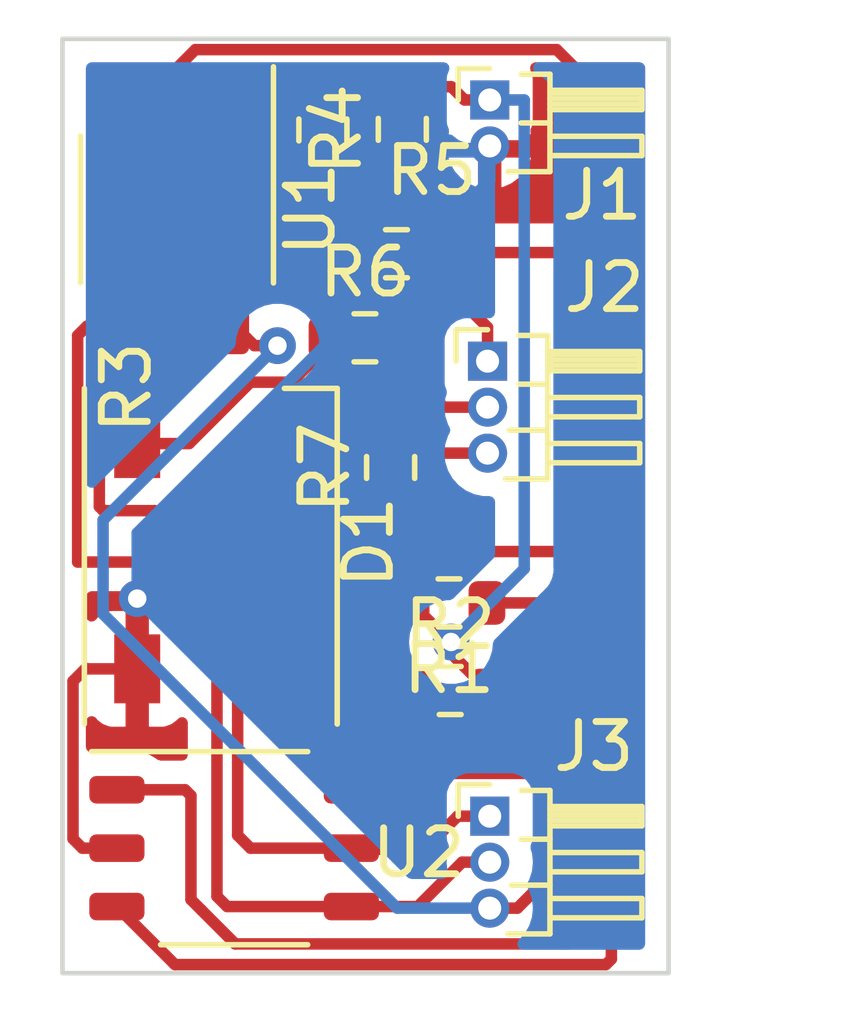
<source format=kicad_pcb>
(kicad_pcb (version 20211014) (generator pcbnew)
  (layers (0 "F.Cu" signal) (31 "B.Cu" signal) (34 "B.Paste" user) (35 "F.Paste" user) (36 "B.SilkS" user "B.Silkscreen") (37 "F.SilkS" user "F.Silkscreen") (38 "B.Mask" user) (39 "F.Mask" user) (44 "Edge.Cuts" user))
  (net 0 "")
  (net 1 "Net-(D1-Pad1)")
  (net 2 "Net-(D1-Pad2)")
  (net 3 "GND")
  (net 4 "Net-(D1-Pad4)")
  (net 5 "+3V3")
  (net 6 "Red")
  (net 7 "Green")
  (net 8 "Blue")
  (net 9 "SDA")
  (net 10 "SCL")
  (net 11 "INT")
  (net 12 "Net-(R1-Pad1)")
  (footprint "Resistor_SMD:R_0603_1608Metric" (layer "F.Cu") (at 105.8672 72.4022 90)
    (fp_text reference "R4" (at 0 -1.43 90) (layer "F.SilkS"))
    (fp_text value "4k7")
    (fp_line (start -0.237258 -0.5225) (end 0.237258 -0.5225) (layer "F.SilkS") (width 0.12))
    (fp_line (start -0.237258 0.5225) (end 0.237258 0.5225) (layer "F.SilkS") (width 0.12))
    (pad "1" smd roundrect (at -0.825 0 90) (size 0.8 0.95) (layers "F.Cu" "F.Paste" "F.Mask") (net 9 "SDA"))
    (pad "2" smd roundrect (at 0.825 0 90) (size 0.8 0.95) (layers "F.Cu" "F.Paste" "F.Mask") (net 5 "+3V3"))
  )
  (footprint "Connector_PinHeader_1.00mm:PinHeader_1x02_P1.00mm_Horizontal" (layer "F.Cu") (at 107.7688 71.763)
    (fp_text reference "J1" (at 2.4418 2.0748) (layer "F.SilkS"))
    (fp_text value "Conn_01x02_Male")
    (fp_line (start 1.31 0.79) (end 3.31 0.79) (layer "F.SilkS") (width 0.12))
    (fp_line (start 0.685 -0.56) (end 1.31 -0.56) (layer "F.SilkS") (width 0.12))
    (fp_line (start 1.31 -0.03) (end 3.31 -0.03) (layer "F.SilkS") (width 0.12))
    (fp_line (start 0.685 0.5) (end 1.31 0.5) (layer "F.SilkS") (width 0.12))
    (fp_line (start 3.31 1.21) (end 1.31 1.21) (layer "F.SilkS") (width 0.12))
    (fp_line (start 1.31 -0.15) (end 3.31 -0.15) (layer "F.SilkS") (width 0.12))
    (fp_line (start 3.31 -0.21) (end 3.31 0.21) (layer "F.SilkS") (width 0.12))
    (fp_line (start -0.685 -0.685) (end 0 -0.685) (layer "F.SilkS") (width 0.12))
    (fp_line (start -0.685 0) (end -0.685 -0.685) (layer "F.SilkS") (width 0.12))
    (fp_line (start 1.31 1.56) (end 0.394493 1.56) (layer "F.SilkS") (width 0.12))
    (fp_line (start 3.31 0.21) (end 1.31 0.21) (layer "F.SilkS") (width 0.12))
    (fp_line (start 1.31 -0.56) (end 1.31 1.56) (layer "F.SilkS") (width 0.12))
    (fp_line (start 1.31 0.09) (end 3.31 0.09) (layer "F.SilkS") (width 0.12))
    (fp_line (start 1.31 -0.21) (end 3.31 -0.21) (layer "F.SilkS") (width 0.12))
    (fp_line (start 3.31 0.79) (end 3.31 1.21) (layer "F.SilkS") (width 0.12))
    (pad "1" thru_hole rect (at 0 0) (size 0.85 0.85) (drill 0.5) (layers *.Cu *.Mask) (net 5 "+3V3"))
    (pad "2" thru_hole oval (at 0 1) (size 0.85 0.85) (drill 0.5) (layers *.Cu *.Mask) (net 3 "GND"))
  )
  (footprint "Connector_PinHeader_1.00mm:PinHeader_1x03_P1.00mm_Horizontal" (layer "F.Cu") (at 107.7688 87.3412)
    (fp_text reference "J3" (at 2.264 -1.5146) (layer "F.SilkS"))
    (fp_text value "Conn_01x03_Male")
    (fp_line (start 3.31 0.21) (end 1.31 0.21) (layer "F.SilkS") (width 0.12))
    (fp_line (start 0.685 0.5) (end 1.31 0.5) (layer "F.SilkS") (width 0.12))
    (fp_line (start 3.31 0.79) (end 3.31 1.21) (layer "F.SilkS") (width 0.12))
    (fp_line (start 3.31 1.79) (end 3.31 2.21) (layer "F.SilkS") (width 0.12))
    (fp_line (start -0.685 0) (end -0.685 -0.685) (layer "F.SilkS") (width 0.12))
    (fp_line (start 1.31 0.79) (end 3.31 0.79) (layer "F.SilkS") (width 0.12))
    (fp_line (start 1.31 -0.21) (end 3.31 -0.21) (layer "F.SilkS") (width 0.12))
    (fp_line (start 3.31 2.21) (end 1.31 2.21) (layer "F.SilkS") (width 0.12))
    (fp_line (start 1.31 1.79) (end 3.31 1.79) (layer "F.SilkS") (width 0.12))
    (fp_line (start 0.468215 1.5) (end 1.31 1.5) (layer "F.SilkS") (width 0.12))
    (fp_line (start 1.31 -0.03) (end 3.31 -0.03) (layer "F.SilkS") (width 0.12))
    (fp_line (start 1.31 2.56) (end 0.394493 2.56) (layer "F.SilkS") (width 0.12))
    (fp_line (start 1.31 -0.15) (end 3.31 -0.15) (layer "F.SilkS") (width 0.12))
    (fp_line (start 0.685 -0.56) (end 1.31 -0.56) (layer "F.SilkS") (width 0.12))
    (fp_line (start 1.31 -0.56) (end 1.31 2.56) (layer "F.SilkS") (width 0.12))
    (fp_line (start 3.31 1.21) (end 1.31 1.21) (layer "F.SilkS") (width 0.12))
    (fp_line (start 3.31 -0.21) (end 3.31 0.21) (layer "F.SilkS") (width 0.12))
    (fp_line (start -0.685 -0.685) (end 0 -0.685) (layer "F.SilkS") (width 0.12))
    (fp_line (start 1.31 0.09) (end 3.31 0.09) (layer "F.SilkS") (width 0.12))
    (pad "1" thru_hole rect (at 0 0) (size 0.85 0.85) (drill 0.5) (layers *.Cu *.Mask) (net 9 "SDA"))
    (pad "2" thru_hole oval (at 0 1) (size 0.85 0.85) (drill 0.5) (layers *.Cu *.Mask) (net 10 "SCL"))
    (pad "3" thru_hole oval (at 0 2) (size 0.85 0.85) (drill 0.5) (layers *.Cu *.Mask) (net 11 "INT"))
  )
  (footprint "Resistor_SMD:R_0603_1608Metric" (layer "F.Cu") (at 106.8832 82.7024 180)
    (fp_text reference "R1" (at 0 -1.43) (layer "F.SilkS"))
    (fp_text value "10k")
    (fp_line (start -0.237258 -0.5225) (end 0.237258 -0.5225) (layer "F.SilkS") (width 0.12))
    (fp_line (start -0.237258 0.5225) (end 0.237258 0.5225) (layer "F.SilkS") (width 0.12))
    (pad "1" smd roundrect (at -0.825 0 180) (size 0.8 0.95) (layers "F.Cu" "F.Paste" "F.Mask") (net 12 "Net-(R1-Pad1)"))
    (pad "2" smd roundrect (at 0.825 0 180) (size 0.8 0.95) (layers "F.Cu" "F.Paste" "F.Mask") (net 5 "+3V3"))
  )
  (footprint "OptoDevice:Osram_SFH9x0x" (layer "F.Cu") (at 102.2096 88.0364)
    (fp_text reference "U2" (at 4.0132 0.1016) (layer "F.SilkS"))
    (fp_text value "APDS-9301")
    (fp_line (start -1.6 2.1) (end 1.6 2.1) (layer "F.SilkS") (width 0.12))
    (fp_line (start 1.6 -2.1) (end -3.1 -2.1) (layer "F.SilkS") (width 0.12))
    (pad "1" smd roundrect (at -2.55 -1.27) (size 1.2 0.6) (layers "F.Cu" "F.Paste" "F.Mask") (net 5 "+3V3"))
    (pad "2" smd roundrect (at -2.55 0) (size 1.2 0.6) (layers "F.Cu" "F.Paste" "F.Mask") (net 3 "GND"))
    (pad "3" smd roundrect (at -2.55 1.27) (size 1.2 0.6) (layers "F.Cu" "F.Paste" "F.Mask") (net 12 "Net-(R1-Pad1)"))
    (pad "4" smd roundrect (at 2.55 1.27) (size 1.2 0.6) (layers "F.Cu" "F.Paste" "F.Mask") (net 10 "SCL"))
    (pad "5" smd roundrect (at 2.55 0) (size 1.2 0.6) (layers "F.Cu" "F.Paste" "F.Mask") (net 9 "SDA"))
    (pad "6" smd roundrect (at 2.55 -1.27) (size 1.2 0.6) (layers "F.Cu" "F.Paste" "F.Mask") (net 11 "INT"))
  )
  (footprint "LED_SMD:LED_SK6812_PLCC4_5.0x5.0mm_P3.2mm" (layer "F.Cu") (at 101.7016 81.6864 90)
    (fp_text reference "D1" (at 0.3048 3.429 90) (layer "F.SilkS"))
    (fp_text value "LED_BGKR")
    (fp_line (start -3.65 2.75) (end 3.65 2.75) (layer "F.SilkS") (width 0.12))
    (fp_line (start -3.65 -2.75) (end 3.65 -2.75) (layer "F.SilkS") (width 0.12))
    (fp_line (start 3.65 2.75) (end 3.65 1.6) (layer "F.SilkS") (width 0.12))
    (pad "1" smd rect (at 2.45 1.6 90) (size 1.5 1) (layers "F.Cu" "F.Paste" "F.Mask") (net 1 "Net-(D1-Pad1)"))
    (pad "2" smd rect (at 2.45 -1.6 90) (size 1.5 1) (layers "F.Cu" "F.Paste" "F.Mask") (net 2 "Net-(D1-Pad2)"))
    (pad "3" smd rect (at -2.45 -1.6 90) (size 1.5 1) (layers "F.Cu" "F.Paste" "F.Mask") (net 3 "GND"))
    (pad "4" smd rect (at -2.45 1.6 90) (size 1.5 1) (layers "F.Cu" "F.Paste" "F.Mask") (net 4 "Net-(D1-Pad4)"))
  )
  (footprint "Resistor_SMD:R_0603_1608Metric" (layer "F.Cu") (at 105.7402 75.1078 180)
    (fp_text reference "R5" (at -0.762 1.808) (layer "F.SilkS"))
    (fp_text value "150")
    (fp_line (start -0.237258 0.5225) (end 0.237258 0.5225) (layer "F.SilkS") (width 0.12))
    (fp_line (start -0.237258 -0.5225) (end 0.237258 -0.5225) (layer "F.SilkS") (width 0.12))
    (pad "1" smd roundrect (at -0.825 0 180) (size 0.8 0.95) (layers "F.Cu" "F.Paste" "F.Mask") (net 4 "Net-(D1-Pad4)"))
    (pad "2" smd roundrect (at 0.825 0 180) (size 0.8 0.95) (layers "F.Cu" "F.Paste" "F.Mask") (net 6 "Red"))
  )
  (footprint "Resistor_SMD:R_0603_1608Metric" (layer "F.Cu") (at 105.6132 79.756 90)
    (fp_text reference "R7" (at 0 -1.43 90) (layer "F.SilkS"))
    (fp_text value "100")
    (fp_line (start -0.237258 0.5225) (end 0.237258 0.5225) (layer "F.SilkS") (width 0.12))
    (fp_line (start -0.237258 -0.5225) (end 0.237258 -0.5225) (layer "F.SilkS") (width 0.12))
    (pad "1" smd roundrect (at -0.825 0 90) (size 0.8 0.95) (layers "F.Cu" "F.Paste" "F.Mask") (net 1 "Net-(D1-Pad1)"))
    (pad "2" smd roundrect (at 0.825 0 90) (size 0.8 0.95) (layers "F.Cu" "F.Paste" "F.Mask") (net 8 "Blue"))
  )
  (footprint "Resistor_SMD:R_0603_1608Metric" (layer "F.Cu") (at 104.14 72.4154 90)
    (fp_text reference "R3" (at -5.6002 -4.2748 90) (layer "F.SilkS"))
    (fp_text value "4k7")
    (fp_line (start -0.237258 -0.5225) (end 0.237258 -0.5225) (layer "F.SilkS") (width 0.12))
    (fp_line (start -0.237258 0.5225) (end 0.237258 0.5225) (layer "F.SilkS") (width 0.12))
    (pad "1" smd roundrect (at -0.825 0 90) (size 0.8 0.95) (layers "F.Cu" "F.Paste" "F.Mask") (net 10 "SCL"))
    (pad "2" smd roundrect (at 0.825 0 90) (size 0.8 0.95) (layers "F.Cu" "F.Paste" "F.Mask") (net 5 "+3V3"))
  )
  (footprint "Resistor_SMD:R_0603_1608Metric" (layer "F.Cu") (at 105.0544 76.9366)
    (fp_text reference "R6" (at 0 -1.43) (layer "F.SilkS"))
    (fp_text value "100")
    (fp_line (start -0.237258 -0.5225) (end 0.237258 -0.5225) (layer "F.SilkS") (width 0.12))
    (fp_line (start -0.237258 0.5225) (end 0.237258 0.5225) (layer "F.SilkS") (width 0.12))
    (pad "1" smd roundrect (at -0.825 0) (size 0.8 0.95) (layers "F.Cu" "F.Paste" "F.Mask") (net 2 "Net-(D1-Pad2)"))
    (pad "2" smd roundrect (at 0.825 0) (size 0.8 0.95) (layers "F.Cu" "F.Paste" "F.Mask") (net 7 "Green"))
  )
  (footprint "Resistor_SMD:R_0603_1608Metric" (layer "F.Cu") (at 106.9086 84.6074)
    (fp_text reference "R2" (at 0 -1.43) (layer "F.SilkS"))
    (fp_text value "10k")
    (fp_line (start -0.237258 0.5225) (end 0.237258 0.5225) (layer "F.SilkS") (width 0.12))
    (fp_line (start -0.237258 -0.5225) (end 0.237258 -0.5225) (layer "F.SilkS") (width 0.12))
    (pad "1" smd roundrect (at -0.825 0) (size 0.8 0.95) (layers "F.Cu" "F.Paste" "F.Mask") (net 11 "INT"))
    (pad "2" smd roundrect (at 0.825 0) (size 0.8 0.95) (layers "F.Cu" "F.Paste" "F.Mask") (net 5 "+3V3"))
  )
  (footprint "Connector_PinHeader_1.00mm:PinHeader_1x03_P1.00mm_Horizontal" (layer "F.Cu") (at 107.7214 77.4446)
    (fp_text reference "J2" (at 2.54 -1.6002) (layer "F.SilkS"))
    (fp_text value "Conn_01x03_Male")
    (fp_line (start 0.685 0.5) (end 1.31 0.5) (layer "F.SilkS") (width 0.12))
    (fp_line (start 1.31 -0.15) (end 3.31 -0.15) (layer "F.SilkS") (width 0.12))
    (fp_line (start 1.31 -0.21) (end 3.31 -0.21) (layer "F.SilkS") (width 0.12))
    (fp_line (start 3.31 2.21) (end 1.31 2.21) (layer "F.SilkS") (width 0.12))
    (fp_line (start 3.31 0.79) (end 3.31 1.21) (layer "F.SilkS") (width 0.12))
    (fp_line (start 0.468215 1.5) (end 1.31 1.5) (layer "F.SilkS") (width 0.12))
    (fp_line (start 3.31 0.21) (end 1.31 0.21) (layer "F.SilkS") (width 0.12))
    (fp_line (start 1.31 0.09) (end 3.31 0.09) (layer "F.SilkS") (width 0.12))
    (fp_line (start 3.31 -0.21) (end 3.31 0.21) (layer "F.SilkS") (width 0.12))
    (fp_line (start 1.31 -0.03) (end 3.31 -0.03) (layer "F.SilkS") (width 0.12))
    (fp_line (start 1.31 2.56) (end 0.394493 2.56) (layer "F.SilkS") (width 0.12))
    (fp_line (start 1.31 0.79) (end 3.31 0.79) (layer "F.SilkS") (width 0.12))
    (fp_line (start -0.685 -0.685) (end 0 -0.685) (layer "F.SilkS") (width 0.12))
    (fp_line (start 1.31 -0.56) (end 1.31 2.56) (layer "F.SilkS") (width 0.12))
    (fp_line (start 3.31 1.21) (end 1.31 1.21) (layer "F.SilkS") (width 0.12))
    (fp_line (start 1.31 1.79) (end 3.31 1.79) (layer "F.SilkS") (width 0.12))
    (fp_line (start 3.31 1.79) (end 3.31 2.21) (layer "F.SilkS") (width 0.12))
    (fp_line (start 0.685 -0.56) (end 1.31 -0.56) (layer "F.SilkS") (width 0.12))
    (fp_line (start -0.685 0) (end -0.685 -0.685) (layer "F.SilkS") (width 0.12))
    (pad "1" thru_hole rect (at 0 0) (size 0.85 0.85) (drill 0.5) (layers *.Cu *.Mask) (net 6 "Red"))
    (pad "2" thru_hole oval (at 0 1) (size 0.85 0.85) (drill 0.5) (layers *.Cu *.Mask) (net 7 "Green"))
    (pad "3" thru_hole oval (at 0 2) (size 0.85 0.85) (drill 0.5) (layers *.Cu *.Mask) (net 8 "Blue"))
  )
  (footprint "OptoDevice:Osram_SFH9x0x" (layer "F.Cu") (at 100.965 74.1426 -90)
    (fp_text reference "U1" (at 0 -2.9 -90) (layer "F.SilkS"))
    (fp_text value "APDS-9301")
    (fp_line (start -1.6 2.1) (end 1.6 2.1) (layer "F.SilkS") (width 0.12))
    (fp_line (start 1.6 -2.1) (end -3.1 -2.1) (layer "F.SilkS") (width 0.12))
    (pad "1" smd roundrect (at -2.55 -1.27 270) (size 1.2 0.6) (layers "F.Cu" "F.Paste" "F.Mask") (net 5 "+3V3"))
    (pad "2" smd roundrect (at -2.55 0 270) (size 1.2 0.6) (layers "F.Cu" "F.Paste" "F.Mask") (net 3 "GND"))
    (pad "3" smd roundrect (at -2.55 1.27 270) (size 1.2 0.6) (layers "F.Cu" "F.Paste" "F.Mask") (net 3 "GND"))
    (pad "4" smd roundrect (at 2.55 1.27 270) (size 1.2 0.6) (layers "F.Cu" "F.Paste" "F.Mask") (net 10 "SCL"))
    (pad "5" smd roundrect (at 2.55 0 270) (size 1.2 0.6) (layers "F.Cu" "F.Paste" "F.Mask") (net 9 "SDA"))
    (pad "6" smd roundrect (at 2.55 -1.27 270) (size 1.2 0.6) (layers "F.Cu" "F.Paste" "F.Mask") (net 11 "INT"))
  )
  (gr_rect (start 98.4758 70.4342) (end 111.6584 90.7542) (layer "Edge.Cuts") (width 0.1) (fill none))
  (segment (start 105.6132 80.581) (end 105.613 80.581) (width 0.25) (layer "F.Cu") (net 1))
  (segment (start 104.269 79.2364) (end 103.302 79.2364) (width 0.25) (layer "F.Cu") (net 1))
  (segment (start 105.613 80.581) (end 104.269 79.2364) (width 0.25) (layer "F.Cu") (net 1))
  (segment (start 103.3016 79.2364) (end 103.302 79.2364) (width 0.25) (layer "F.Cu") (net 1))
  (segment (start 103.454 77.9018) (end 102.565 77.9018) (width 0.25) (layer "F.Cu") (net 2))
  (segment (start 101.231 79.2364) (end 100.102 79.2364) (width 0.25) (layer "F.Cu") (net 2))
  (segment (start 104.2294 77.0312) (end 104.2294 76.9366) (width 0.25) (layer "F.Cu") (net 2))
  (segment (start 100.102 79.2364) (end 100.1016 79.2364) (width 0.25) (layer "F.Cu") (net 2))
  (segment (start 104.229 77.0316) (end 104.229 77.1266) (width 0.25) (layer "F.Cu") (net 2))
  (segment (start 104.229 77.0316) (end 104.2294 77.0312) (width 0.25) (layer "F.Cu") (net 2))
  (segment (start 104.229 77.1266) (end 103.454 77.9018) (width 0.25) (layer "F.Cu") (net 2))
  (segment (start 102.565 77.9018) (end 101.231 79.2364) (width 0.25) (layer "F.Cu") (net 2))
  (segment (start 104.229 76.9366) (end 104.229 77.0316) (width 0.25) (layer "F.Cu") (net 2))
  (segment (start 101.36612 70.66808) (end 109.22528 70.66808) (width 0.25) (layer "F.Cu") (net 3))
  (segment (start 98.9954 84.1364) (end 100.1016 84.1364) (width 0.25) (layer "F.Cu") (net 3))
  (segment (start 98.9076 88.0364) (end 98.7044 87.8332) (width 0.25) (layer "F.Cu") (net 3))
  (segment (start 100.965 71.5937) (end 100.965 71.5926) (width 0.25) (layer "F.Cu") (net 3))
  (segment (start 100.1016 84.1364) (end 100.102 84.1364) (width 0.25) (layer "F.Cu") (net 3))
  (segment (start 100.965 71.5926) (end 100.965 71.0692) (width 0.25) (layer "F.Cu") (net 3))
  (segment (start 100.1016 83.0611) (end 100.1016 82.6079) (width 0.25) (layer "F.Cu") (net 3))
  (segment (start 99.6596 88.0364) (end 98.9076 88.0364) (width 0.25) (layer "F.Cu") (net 3))
  (segment (start 109.8042 71.247) (end 109.8042 72.8472) (width 0.25) (layer "F.Cu") (net 3))
  (segment (start 109.72 72.763) (end 107.7688 72.763) (width 0.25) (layer "F.Cu") (net 3))
  (segment (start 99.695 71.5926) (end 99.695 71.247) (width 0.25) (layer "F.Cu") (net 3))
  (segment (start 109.8042 72.8472) (end 109.72 72.763) (width 0.25) (layer "F.Cu") (net 3))
  (segment (start 98.7044 84.4042) (end 98.9838 84.1248) (width 0.25) (layer "F.Cu") (net 3))
  (segment (start 100.965 71.5926) (end 99.695 71.5926) (width 0.25) (layer "F.Cu") (net 3))
  (segment (start 100.1016 84.1364) (end 100.1016 83.0611) (width 0.25) (layer "F.Cu") (net 3))
  (segment (start 98.7044 87.8332) (end 98.7044 84.4042) (width 0.25) (layer "F.Cu") (net 3))
  (segment (start 98.9838 84.1248) (end 98.9954 84.1364) (width 0.25) (layer "F.Cu") (net 3))
  (segment (start 109.22528 70.66808) (end 109.8042 71.247) (width 0.25) (layer "F.Cu") (net 3))
  (segment (start 100.965 71.0692) (end 101.36612 70.66808) (width 0.25) (layer "F.Cu") (net 3))
  (via (at 100.1016 82.6079) (size 0.8) (drill 0.4) (layers "F.Cu" "B.Cu") (net 3))
  (segment (start 107.7688 72.763) (end 107.7688 73.5133) (width 0.25) (layer "B.Cu") (net 3))
  (segment (start 107.7688 73.5161) (end 107.7688 73.5133) (width 0.25) (layer "B.Cu") (net 3))
  (segment (start 100.1016 82.6079) (end 100.1016 81.1832) (width 0.25) (layer "B.Cu") (net 3))
  (segment (start 100.1016 81.1832) (end 100.1017 81.1832) (width 0.25) (layer "B.Cu") (net 3))
  (segment (start 100.1017 81.1832) (end 107.7688 73.5161) (width 0.25) (layer "B.Cu") (net 3))
  (segment (start 106.578 75.0951) (end 106.5779 75.0951) (width 0.25) (layer "F.Cu") (net 4))
  (segment (start 109.449 75.0824) (end 106.591 75.0824) (width 0.25) (layer "F.Cu") (net 4))
  (segment (start 103.302 82.6772) (end 104.394 81.5848) (width 0.25) (layer "F.Cu") (net 4))
  (segment (start 103.302 84.1364) (end 103.302 82.6772) (width 0.25) (layer "F.Cu") (net 4))
  (segment (start 109.626 81.5848) (end 109.626 75.2602) (width 0.25) (layer "F.Cu") (net 4))
  (segment (start 104.394 81.5848) (end 109.626 81.5848) (width 0.25) (layer "F.Cu") (net 4))
  (segment (start 106.578 75.0951) (end 106.565 75.1078) (width 0.25) (layer "F.Cu") (net 4))
  (segment (start 106.5779 75.0951) (end 106.5652 75.1078) (width 0.25) (layer "F.Cu") (net 4))
  (segment (start 109.626 75.2602) (end 109.449 75.0824) (width 0.25) (layer "F.Cu") (net 4))
  (segment (start 103.3016 84.1364) (end 103.302 84.1364) (width 0.25) (layer "F.Cu") (net 4))
  (segment (start 106.591 75.0824) (end 106.578 75.0951) (width 0.25) (layer "F.Cu") (net 4))
  (segment (start 108.306 84.6074) (end 109.474 85.7758) (width 0.25) (layer "F.Cu") (net 5))
  (segment (start 102.234 90.1192) (end 101.4974 89.3826) (width 0.25) (layer "F.Cu") (net 5))
  (segment (start 105.969 71.4756) (end 105.918 71.5264) (width 0.25) (layer "F.Cu") (net 5))
  (segment (start 107.7336 84.6074) (end 106.9273 83.8011) (width 0.25) (layer "F.Cu") (net 5))
  (segment (start 106.9273 83.5521) (end 106.9079 83.5521) (width 0.25) (layer "F.Cu") (net 5))
  (segment (start 107.7688 71.763) (end 107.221 71.763) (width 0.25) (layer "F.Cu") (net 5))
  (segment (start 109.474 90.1192) (end 102.234 90.1192) (width 0.25) (layer "F.Cu") (net 5))
  (segment (start 105.918 71.5264) (end 105.867 71.5772) (width 0.25) (layer "F.Cu") (net 5))
  (segment (start 101.27 86.8934) (end 101.143 86.7664) (width 0.25) (layer "F.Cu") (net 5))
  (segment (start 107.7336 84.6074) (end 108.306 84.6074) (width 0.25) (layer "F.Cu") (net 5))
  (segment (start 109.474 85.7758) (end 109.474 90.1192) (width 0.25) (layer "F.Cu") (net 5))
  (segment (start 101.4974 89.3826) (end 101.4974 89.3821) (width 0.25) (layer "F.Cu") (net 5))
  (segment (start 102.237 71.5904) (end 102.235 71.5926) (width 0.25) (layer "F.Cu") (net 5))
  (segment (start 106.9273 83.8011) (end 106.9273 83.5521) (width 0.25) (layer "F.Cu") (net 5))
  (segment (start 101.27 89.1547) (end 101.27 86.8934) (width 0.25) (layer "F.Cu") (net 5))
  (segment (start 107.221 71.763) (end 106.934 71.4756) (width 0.25) (layer "F.Cu") (net 5))
  (segment (start 104.115 71.5142) (end 104.102 71.5269) (width 0.25) (layer "F.Cu") (net 5))
  (segment (start 101.4974 89.3821) (end 101.27 89.1547) (width 0.25) (layer "F.Cu") (net 5))
  (segment (start 105.867 71.5772) (end 104.153 71.5772) (width 0.25) (layer "F.Cu") (net 5))
  (segment (start 104.102 71.5269) (end 104.1027 71.5269) (width 0.25) (layer "F.Cu") (net 5))
  (segment (start 105.918 71.5264) (end 105.8672 71.5772) (width 0.25) (layer "F.Cu") (net 5))
  (segment (start 104.14 71.5904) (end 102.237 71.5904) (width 0.25) (layer "F.Cu") (net 5))
  (segment (start 106.934 71.4756) (end 105.969 71.4756) (width 0.25) (layer "F.Cu") (net 5))
  (segment (start 101.143 86.7664) (end 99.6596 86.7664) (width 0.25) (layer "F.Cu") (net 5))
  (segment (start 106.9079 83.5521) (end 106.0582 82.7024) (width 0.25) (layer "F.Cu") (net 5))
  (via (at 106.9273 83.5521) (size 0.8) (drill 0.4) (layers "F.Cu" "B.Cu") (net 5))
  (segment (start 107.7688 71.763) (end 108.5191 71.763) (width 0.25) (layer "B.Cu") (net 5))
  (segment (start 108.5191 71.763) (end 108.5191 81.9603) (width 0.25) (layer "B.Cu") (net 5))
  (segment (start 108.5191 81.9603) (end 106.9273 83.5521) (width 0.25) (layer "B.Cu") (net 5))
  (segment (start 104.9152 75.3174) (end 104.9152 75.1078) (width 0.25) (layer "F.Cu") (net 6))
  (segment (start 104.915 75.5274) (end 104.915 75.3176) (width 0.25) (layer "F.Cu") (net 6))
  (segment (start 107.721 77.4446) (end 107.721 76.708) (width 0.25) (layer "F.Cu") (net 6))
  (segment (start 107.721 76.708) (end 107.01 75.9968) (width 0.25) (layer "F.Cu") (net 6))
  (segment (start 104.915 75.3176) (end 104.915 75.1078) (width 0.25) (layer "F.Cu") (net 6))
  (segment (start 107.01 75.9968) (end 105.385 75.9968) (width 0.25) (layer "F.Cu") (net 6))
  (segment (start 104.915 75.3176) (end 104.9152 75.3174) (width 0.25) (layer "F.Cu") (net 6))
  (segment (start 105.385 75.9968) (end 104.915 75.5274) (width 0.25) (layer "F.Cu") (net 6))
  (segment (start 107.7214 77.4446) (end 107.721 77.4446) (width 0.25) (layer "F.Cu") (net 6))
  (segment (start 105.879 77.5584) (end 105.879 77.2475) (width 0.25) (layer "F.Cu") (net 7))
  (segment (start 105.879 77.2475) (end 105.8794 77.2471) (width 0.25) (layer "F.Cu") (net 7))
  (segment (start 107.721 78.4446) (end 107.7214 78.4446) (width 0.25) (layer "F.Cu") (net 7))
  (segment (start 105.879 77.2475) (end 105.879 76.9366) (width 0.25) (layer "F.Cu") (net 7))
  (segment (start 105.8794 77.2471) (end 105.8794 76.9366) (width 0.25) (layer "F.Cu") (net 7))
  (segment (start 107.721 78.4446) (end 106.766 78.4446) (width 0.25) (layer "F.Cu") (net 7))
  (segment (start 106.766 78.4446) (end 105.879 77.5584) (width 0.25) (layer "F.Cu") (net 7))
  (segment (start 107.721 79.4446) (end 107.7214 79.4446) (width 0.25) (layer "F.Cu") (net 8))
  (segment (start 107.721 79.4446) (end 106.127 79.4446) (width 0.25) (layer "F.Cu") (net 8))
  (segment (start 106.127 79.4446) (end 105.87 79.1878) (width 0.25) (layer "F.Cu") (net 8))
  (segment (start 105.87 79.1878) (end 105.6132 78.931) (width 0.25) (layer "F.Cu") (net 8))
  (segment (start 105.87 79.1878) (end 105.613 78.931) (width 0.25) (layer "F.Cu") (net 8))
  (segment (start 99.2771 80.6081) (end 99.2771 78.1619) (width 0.25) (layer "F.Cu") (net 9))
  (segment (start 105.867 73.2272) (end 105.8672 73.2272) (width 0.25) (layer "F.Cu") (net 9))
  (segment (start 104.7596 88.0364) (end 102.565 88.0364) (width 0.25) (layer "F.Cu") (net 9))
  (segment (start 105.867 73.2272) (end 105.792 73.2272) (width 0.25) (layer "F.Cu") (net 9))
  (segment (start 107.769 87.3412) (end 107.7688 87.3412) (width 0.25) (layer "F.Cu") (net 9))
  (segment (start 104.76 88.0364) (end 104.7596 88.0364) (width 0.25) (layer "F.Cu") (net 9))
  (segment (start 105.792 73.2272) (end 105.054 73.9649) (width 0.25) (layer "F.Cu") (net 9))
  (segment (start 104.785 88.0618) (end 104.76 88.0364) (width 0.25) (layer "F.Cu") (net 9))
  (segment (start 102.286 82.4992) (end 100.482 80.6958) (width 0.25) (layer "F.Cu") (net 9))
  (segment (start 99.3848 78.0542) (end 100.914 78.0542) (width 0.25) (layer "F.Cu") (net 9))
  (segment (start 100.94 76.6672) (end 100.965 76.6926) (width 0.25) (layer "F.Cu") (net 9))
  (segment (start 107.07 87.3412) (end 106.35 88.0618) (width 0.25) (layer "F.Cu") (net 9))
  (segment (start 105.054 73.9649) (end 101.092 73.9649) (width 0.25) (layer "F.Cu") (net 9))
  (segment (start 99.3648 80.6958) (end 99.2771 80.6081) (width 0.25) (layer "F.Cu") (net 9))
  (segment (start 106.35 88.0618) (end 104.785 88.0618) (width 0.25) (layer "F.Cu") (net 9))
  (segment (start 100.482 80.6958) (end 99.3648 80.6958) (width 0.25) (layer "F.Cu") (net 9))
  (segment (start 99.2771 78.1619) (end 99.3848 78.0542) (width 0.25) (layer "F.Cu") (net 9))
  (segment (start 107.7688 87.3412) (end 107.07 87.3412) (width 0.25) (layer "F.Cu") (net 9))
  (segment (start 102.286 87.757) (end 102.286 82.4992) (width 0.25) (layer "F.Cu") (net 9))
  (segment (start 100.965 78.0034) (end 100.965 76.6926) (width 0.25) (layer "F.Cu") (net 9))
  (segment (start 100.94 74.1172) (end 100.94 76.6672) (width 0.25) (layer "F.Cu") (net 9))
  (segment (start 102.565 88.0364) (end 102.286 87.757) (width 0.25) (layer "F.Cu") (net 9))
  (segment (start 100.914 78.0542) (end 100.965 78.0034) (width 0.25) (layer "F.Cu") (net 9))
  (segment (start 101.092 73.9649) (end 100.94 74.1172) (width 0.25) (layer "F.Cu") (net 9))
  (segment (start 104.7596 89.3064) (end 102.057 89.3064) (width 0.25) (layer "F.Cu") (net 10))
  (segment (start 99.0092 76.6826) (end 99.685 76.6826) (width 0.25) (layer "F.Cu") (net 10))
  (segment (start 102.057 89.3064) (end 101.836 89.0855) (width 0.25) (layer "F.Cu") (net 10))
  (segment (start 101.836 83.2181) (end 100.432 81.8134) (width 0.25) (layer "F.Cu") (net 10))
  (segment (start 107.769 88.3412) (end 107.7688 88.3412) (width 0.25) (layer "F.Cu") (net 10))
  (segment (start 107.168 88.3412) (end 106.203 89.3064) (width 0.25) (layer "F.Cu") (net 10))
  (segment (start 100.242 73.2404) (end 99.695 73.787) (width 0.25) (layer "F.Cu") (net 10))
  (segment (start 100.432 81.8134) (end 98.806 81.8134) (width 0.25) (layer "F.Cu") (net 10))
  (segment (start 99.685 76.6826) (end 99.695 76.6926) (width 0.25) (layer "F.Cu") (net 10))
  (segment (start 106.203 89.3064) (end 104.7596 89.3064) (width 0.25) (layer "F.Cu") (net 10))
  (segment (start 107.7688 88.3412) (end 107.168 88.3412) (width 0.25) (layer "F.Cu") (net 10))
  (segment (start 98.806 81.8134) (end 98.806 76.8858) (width 0.25) (layer "F.Cu") (net 10))
  (segment (start 101.836 89.0855) (end 101.836 83.2181) (width 0.25) (layer "F.Cu") (net 10))
  (segment (start 99.695 73.787) (end 99.695 76.6926) (width 0.25) (layer "F.Cu") (net 10))
  (segment (start 99.695 76.6937) (end 99.695 76.6926) (width 0.25) (layer "F.Cu") (net 10))
  (segment (start 104.14 73.2404) (end 100.242 73.2404) (width 0.25) (layer "F.Cu") (net 10))
  (segment (start 98.806 76.8858) (end 99.0092 76.6826) (width 0.25) (layer "F.Cu") (net 10))
  (segment (start 108.89 88.8212) (end 108.89 86.4108) (width 0.25) (layer "F.Cu") (net 11))
  (segment (start 108.89 86.4108) (end 105.115 86.4108) (width 0.25) (layer "F.Cu") (net 11))
  (segment (start 105.115 85.5758) (end 106.0838 84.6076) (width 0.25) (layer "F.Cu") (net 11))
  (segment (start 102.235 76.6926) (end 102.6493 77.1069) (width 0.25) (layer "F.Cu") (net 11))
  (segment (start 103.1521 77.1069) (end 103.1521 77.107) (width 0.25) (layer "F.Cu") (net 11))
  (segment (start 108.37 89.3412) (end 108.89 88.8212) (width 0.25) (layer "F.Cu") (net 11))
  (segment (start 106.0836 84.6074) (end 106.0838 84.6076) (width 0.25) (layer "F.Cu") (net 11))
  (segment (start 106.0838 84.6076) (end 106.084 84.6074) (width 0.25) (layer "F.Cu") (net 11))
  (segment (start 102.6493 77.1069) (end 103.1521 77.1069) (width 0.25) (layer "F.Cu") (net 11))
  (segment (start 104.9374 86.5886) (end 104.7596 86.7664) (width 0.25) (layer "F.Cu") (net 11))
  (segment (start 104.9375 86.5886) (end 104.76 86.7664) (width 0.25) (layer "F.Cu") (net 11))
  (segment (start 105.115 86.4108) (end 105.115 85.5758) (width 0.25) (layer "F.Cu") (net 11))
  (segment (start 107.769 89.3412) (end 108.37 89.3412) (width 0.25) (layer "F.Cu") (net 11))
  (segment (start 105.115 86.4108) (end 104.9375 86.5886) (width 0.25) (layer "F.Cu") (net 11))
  (segment (start 107.769 89.3412) (end 107.7688 89.3412) (width 0.25) (layer "F.Cu") (net 11))
  (segment (start 104.9375 86.5886) (end 104.9374 86.5886) (width 0.25) (layer "F.Cu") (net 11))
  (via (at 103.1521 77.107) (size 0.8) (drill 0.4) (layers "F.Cu" "B.Cu") (net 11))
  (segment (start 99.3587 82.9434) (end 99.3587 80.9004) (width 0.25) (layer "B.Cu") (net 11))
  (segment (start 105.7565 89.3412) (end 99.3587 82.9434) (width 0.25) (layer "B.Cu") (net 11))
  (segment (start 99.3587 80.9004) (end 103.1521 77.107) (width 0.25) (layer "B.Cu") (net 11))
  (segment (start 107.7688 89.3412) (end 105.7565 89.3412) (width 0.25) (layer "B.Cu") (net 11))
  (segment (start 109.144 82.7024) (end 107.7082 82.7024) (width 0.25) (layer "F.Cu") (net 12))
  (segment (start 99.6596 89.3064) (end 100.922 90.5687) (width 0.25) (layer "F.Cu") (net 12))
  (segment (start 110.414 83.9724) (end 109.144 82.7024) (width 0.25) (layer "F.Cu") (net 12))
  (segment (start 110.414 90.4494) (end 110.414 83.9724) (width 0.25) (layer "F.Cu") (net 12))
  (segment (start 110.294 90.5687) (end 110.414 90.4494) (width 0.25) (layer "F.Cu") (net 12))
  (segment (start 107.7082 82.7024) (end 107.708 82.7024) (width 0.25) (layer "F.Cu") (net 12))
  (segment (start 100.922 90.5687) (end 110.294 90.5687) (width 0.25) (layer "F.Cu") (net 12))
  (zone (net 3) (net_name "GND") (layers F&B.Cu) (connect_pads (clearance 0.508)) (min_thickness 0.254) (fill yes (thermal_gap 0.508) (thermal_bridge_width 0.508))
    (polygon (pts (xy 111.6838 70.358) (xy 111.7092 90.7288) (xy 98.4504 90.7034) (xy 98.5266 70.3326)))
  )
)
</source>
